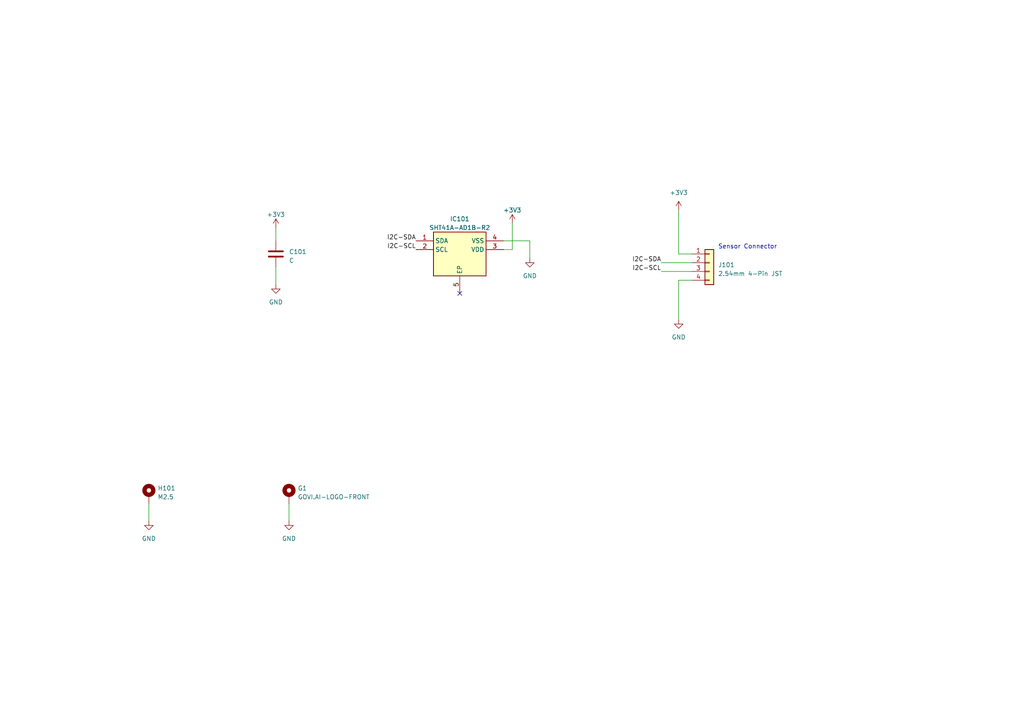
<source format=kicad_sch>
(kicad_sch (version 20230121) (generator eeschema)
  (paper "A4")
  (lib_symbols
    (symbol "Connector_Generic:Conn_01x04" (pin_names (offset 1.016) hide)
      (property "Reference" "J" (at 0 5.08 0))
      (property "Value" "Conn_01x04" (at 0 -7.62 0))
      (symbol "Conn_01x04_1_1"
        (rectangle (start -1.27 -4.953) (end 0 -5.207) (stroke (width 0.1524)))
        (rectangle (start -1.27 -2.413) (end 0 -2.667) (stroke (width 0.1524)))
        (rectangle (start -1.27 0.127) (end 0 -0.127) (stroke (width 0.1524)))
        (rectangle (start -1.27 2.667) (end 0 2.413) (stroke (width 0.1524)))
        (rectangle (start -1.27 3.81) (end 1.27 -6.35) (stroke (width 0.254)) (fill (type background)))
        (pin passive line (at -5.08 2.54 0) (length 3.81) (name "Pin_1") (number "1"))
        (pin passive line (at -5.08 0 0) (length 3.81) (name "Pin_2") (number "2"))
        (pin passive line (at -5.08 -2.54 0) (length 3.81) (name "Pin_3") (number "3"))
        (pin passive line (at -5.08 -5.08 0) (length 3.81) (name "Pin_4") (number "4"))
      )
    )
    (symbol "Device:C" (pin_numbers hide) (pin_names (offset 0.254))
      (property "Reference" "C" (at 0.635 2.54 0))
      (property "Value" "C" (at 0.635 -2.54 0))
      (symbol "C_0_1"
        (polyline (pts (xy -2.032 -0.762) (xy 2.032 -0.762)) (stroke (width 0.508)))
        (polyline (pts (xy -2.032 0.762) (xy 2.032 0.762)) (stroke (width 0.508)))
      )
      (symbol "C_1_1"
        (pin passive line (at 0 3.81 270) (length 2.794) (name "~") (number "1"))
        (pin passive line (at 0 -3.81 90) (length 2.794) (name "~") (number "2"))
      )
    )
    (symbol "Mechanical:MountingHole_Pad" (pin_numbers hide) (pin_names (offset 1.016) hide)
      (property "Reference" "H" (at 0 6.35 0))
      (property "Value" "MountingHole_Pad" (at 0 4.445 0))
      (symbol "MountingHole_Pad_0_1"
        (circle (center 0 1.27) (radius 1.27) (stroke (width 1.27)))
      )
      (symbol "MountingHole_Pad_1_1"
        (pin input line (at 0 -2.54 90) (length 2.54) (name "1") (number "1"))
      )
    )
    (symbol "SamacSys_Parts:SHT41A-AD1B-R2"
      (property "Reference" "IC" (at 21.59 7.62 0))
      (property "Value" "SHT41A-AD1B-R2" (at 21.59 5.08 0))
      (symbol "SHT41A-AD1B-R2_1_1"
        (rectangle (start 5.08 2.54) (end 20.32 -10.16) (stroke (width 0.254)) (fill (type background)))
        (pin passive line (at 0 0 0) (length 5.08) (name "SDA") (number "1"))
        (pin passive line (at 0 -2.54 0) (length 5.08) (name "SCL") (number "2"))
        (pin passive line (at 25.4 -2.54 180) (length 5.08) (name "VDD") (number "3"))
        (pin passive line (at 25.4 0 180) (length 5.08) (name "VSS") (number "4"))
        (pin passive line (at 12.7 -15.24 90) (length 5.08) (name "EP") (number "5"))
      )
    )
    (symbol "power:+3V3" (power) (pin_names (offset 0))
      (property "Value" "+3V3" (at 0 3.556 0))
      (symbol "+3V3_0_1"
        (polyline (pts (xy -0.762 1.27) (xy 0 2.54)))
        (polyline (pts (xy 0 0) (xy 0 2.54)))
        (polyline (pts (xy 0 2.54) (xy 0.762 1.27)))
      )
      (symbol "+3V3_1_1"
        (pin power_in line (at 0 0 90) (length 0) hide (name "+3V3") (number "1"))
      )
    )
    (symbol "power:GND" (power) (pin_names (offset 0))
      (property "Value" "GND" (at 0 -3.81 0))
      (symbol "GND_0_1"
        (polyline (pts (xy 0 0) (xy 0 -1.27) (xy 1.27 -1.27) (xy 0 -2.54) (xy -1.27 -1.27) (xy 0 -1.27)))
      )
      (symbol "GND_1_1"
        (pin power_in line (at 0 0 270) (length 0) hide (name "GND") (number "1"))
      )
    )
  )
  (no_connect (at 133.35 85.09))
  (wire (pts (xy 153.67 69.85) (xy 153.67 74.93)))
  (wire (pts (xy 83.82 146.05) (xy 83.82 151.13)))
  (wire (pts (xy 146.05 72.39) (xy 148.59 72.39)))
  (wire (pts (xy 196.85 81.28) (xy 200.66 81.28)))
  (wire (pts (xy 148.59 72.39) (xy 148.59 64.77)))
  (wire (pts (xy 196.85 73.66) (xy 196.85 60.96)))
  (wire (pts (xy 43.18 146.05) (xy 43.18 151.13)))
  (wire (pts (xy 191.77 78.74) (xy 200.66 78.74)))
  (wire (pts (xy 80.01 66.04) (xy 80.01 69.85)))
  (wire (pts (xy 200.66 73.66) (xy 196.85 73.66)))
  (wire (pts (xy 191.77 76.2) (xy 200.66 76.2)))
  (wire (pts (xy 196.85 92.71) (xy 196.85 81.28)))
  (wire (pts (xy 80.01 77.47) (xy 80.01 82.55)))
  (wire (pts (xy 146.05 69.85) (xy 153.67 69.85)))
  (text "Sensor Connector" (at 208.28 72.39 0) (effects (font (size 1.27 1.27)) (justify left bottom)))
  (label "I2C-SCL" (at 191.77 78.74 180))
  (label "I2C-SDA" (at 191.77 76.2 180))
  (label "I2C-SDA" (at 120.65 69.85 180))
  (label "I2C-SCL" (at 120.65 72.39 180))
  (symbol (lib_id "Connector_Generic:Conn_01x04") (at 205.74 76.2 0) (unit 1)
    (property "Reference" "J101" (at 208.28 76.835 0) (effects (justify left)))
    (property "Value" "2.54mm 4-Pin JST" (at 208.28 79.375 0) (effects (justify left)))
    (property "Footprint" "Connector_JST:JST_EH_B4B-EH-A_1x04_P2.50mm_Vertical" (effects hide))
  )
  (symbol (lib_id "power:GND") (at 83.82 151.13 0) (unit 1)
    (property "Reference" "#PWR09" (effects hide))
    (property "Value" "GND" (at 83.82 156.21 0))
  )
  (symbol (lib_id "power:+3V3") (at 196.85 60.96 0) (unit 1)
    (property "Reference" "#PWR01" (effects hide))
    (property "Value" "+3V3" (at 196.85 55.88 0))
  )
  (symbol (lib_id "power:GND") (at 196.85 92.71 0) (unit 1)
    (property "Reference" "#PWR02" (effects hide))
    (property "Value" "GND" (at 196.85 97.79 0))
  )
  (symbol (lib_id "SamacSys_Parts:SHT41A-AD1B-R2") (at 120.65 69.85 0) (unit 1)
    (property "Reference" "IC101" (at 133.35 63.5 0))
    (property "Value" "SHT41A-AD1B-R2" (at 133.35 66.04 0))
    (property "Footprint" "SamacSys_Parts:SON80P150X150X59-5N" (effects hide))
    (property "Datasheet" "https://sensirion.com/media/documents/74781FD7/62DF8CD1/Datasheet_SHT4xA.pdf" (effects hide))
    (property "Height" "0.59" (effects hide))
    (property "Mouser Part Number" "403-SHT41A-AD1B-R2" (effects hide))
    (property "Mouser Price/Stock" "https://www.mouser.co.uk/ProductDetail/Sensirion/SHT41A-AD1B-R2?qs=t7xnP681wgUytbQpBrHMBQ%3D%3D" (effects hide))
    (property "Manufacturer_Name" "Sensirion" (effects hide))
    (property "Manufacturer_Part_Number" "SHT41A-AD1B-R2" (effects hide))
  )
  (symbol (lib_id "power:+3V3") (at 80.01 66.04 0) (unit 1)
    (property "Reference" "#PWR05" (effects hide))
    (property "Value" "+3V3" (at 80.01 62.23 0))
  )
  (symbol (lib_id "power:GND") (at 153.67 74.93 0) (unit 1)
    (property "Reference" "#PWR07" (effects hide))
    (property "Value" "GND" (at 153.67 80.01 0))
  )
  (symbol (lib_id "Mechanical:MountingHole_Pad") (at 83.82 143.51 0) (unit 1)
    (property "Reference" "G1" (at 86.36 141.605 0) (effects (justify left)))
    (property "Value" "GOVI.AI-LOGO-FRONT" (at 86.36 144.145 0) (effects (justify left)))
    (property "Footprint" "govi.ai-logo-front:govi-ai-logo-front-for-sensor" (effects hide))
  )
  (symbol (lib_id "power:GND") (at 43.18 151.13 0) (unit 1)
    (property "Reference" "#PWR03" (effects hide))
    (property "Value" "GND" (at 43.18 156.21 0))
  )
  (symbol (lib_id "power:+3V3") (at 148.59 64.77 0) (unit 1)
    (property "Reference" "#PWR08" (effects hide))
    (property "Value" "+3V3" (at 148.59 60.96 0))
  )
  (symbol (lib_id "power:GND") (at 80.01 82.55 0) (unit 1)
    (property "Reference" "#PWR06" (effects hide))
    (property "Value" "GND" (at 80.01 87.63 0))
  )
  (symbol (lib_id "Mechanical:MountingHole_Pad") (at 43.18 143.51 0) (unit 1)
    (property "Reference" "H101" (at 45.72 141.605 0) (effects (justify left)))
    (property "Value" "M2.5" (at 45.72 144.145 0) (effects (justify left)))
    (property "Footprint" "MountingHole:MountingHole_2.1mm" (effects hide))
  )
  (symbol (lib_id "Device:C") (at 80.01 73.66 0) (unit 1)
    (property "Reference" "C101" (at 83.82 73.025 0) (effects (justify left)))
    (property "Value" "C" (at 83.82 75.565 0) (effects (justify left)))
    (property "Footprint" "Capacitor_SMD:C_0402_1005Metric" (effects hide))
  )
)
</source>
